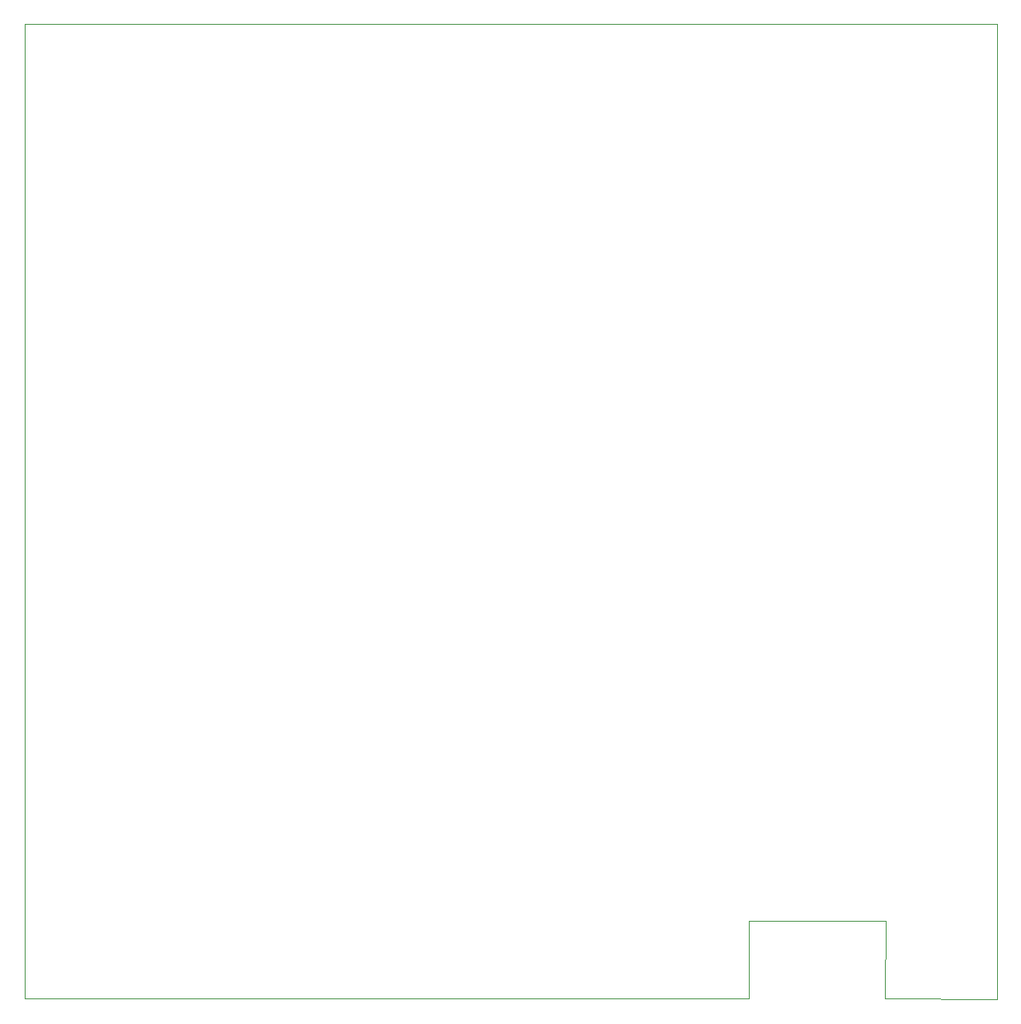
<source format=gm1>
G04 #@! TF.GenerationSoftware,KiCad,Pcbnew,9.0.2*
G04 #@! TF.CreationDate,2025-10-07T16:04:18+02:00*
G04 #@! TF.ProjectId,PiZero_VT100,50695a65-726f-45f5-9654-3130302e6b69,rev?*
G04 #@! TF.SameCoordinates,PX5e9ac00PYa0ca1c0*
G04 #@! TF.FileFunction,Profile,NP*
%FSLAX46Y46*%
G04 Gerber Fmt 4.6, Leading zero omitted, Abs format (unit mm)*
G04 Created by KiCad (PCBNEW 9.0.2) date 2025-10-07 16:04:18*
%MOMM*%
%LPD*%
G01*
G04 APERTURE LIST*
G04 #@! TA.AperFunction,Profile*
%ADD10C,0.050000*%
G04 #@! TD*
G04 APERTURE END LIST*
D10*
X99750000Y50000D02*
X88298724Y147045D01*
X88348743Y8100000D01*
X74300000Y8100000D01*
X74300920Y150000D01*
X0Y150000D01*
X-50000Y100100000D01*
X99750000Y100100000D01*
X99750000Y50000D01*
M02*

</source>
